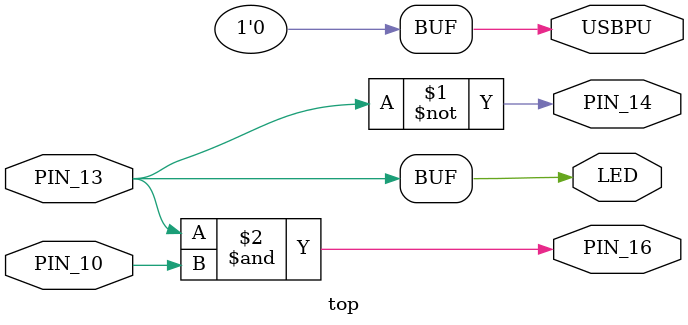
<source format=v>


// circuito: 
// pushbuttons en pines 10 y 13
// LEDS en 14 y 16

module top (
	input PIN_13, PIN_10,
	output PIN_14, PIN_16,
    output LED,   // User/boot LED next to power LED
    output USBPU  // USB pull-up resistor
);
    // drive USB pull-up resistor to '0' to disable USB
    assign USBPU = 0;
	
	assign LED = PIN_13;
	assign PIN_14 = ~PIN_13;
	assign PIN_16 = PIN_13 & PIN_10;
	
endmodule

</source>
